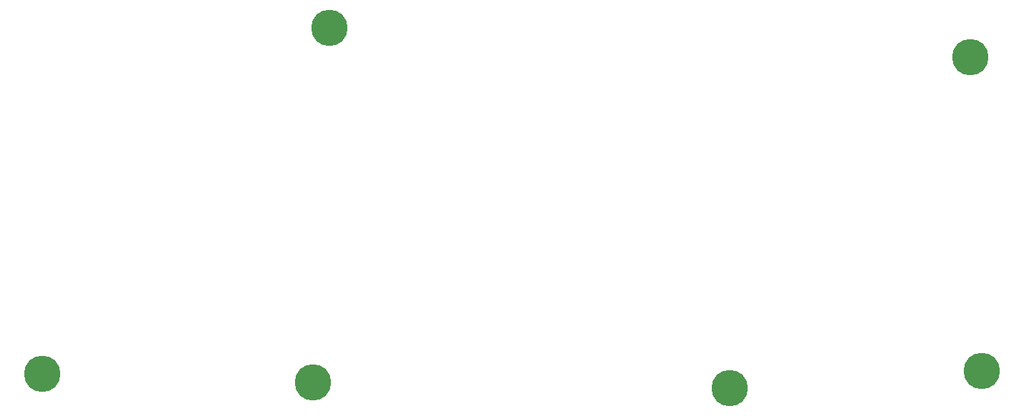
<source format=gbr>
%TF.GenerationSoftware,KiCad,Pcbnew,(5.1.6-0-10_14)*%
%TF.CreationDate,2020-10-04T18:03:32+02:00*%
%TF.ProjectId,bottom-plate,626f7474-6f6d-42d7-906c-6174652e6b69,rev?*%
%TF.SameCoordinates,Original*%
%TF.FileFunction,Soldermask,Top*%
%TF.FilePolarity,Negative*%
%FSLAX46Y46*%
G04 Gerber Fmt 4.6, Leading zero omitted, Abs format (unit mm)*
G04 Created by KiCad (PCBNEW (5.1.6-0-10_14)) date 2020-10-04 18:03:32*
%MOMM*%
%LPD*%
G01*
G04 APERTURE LIST*
%ADD10C,4.300000*%
G04 APERTURE END LIST*
D10*
%TO.C,Ref\u002A\u002A*%
X38354000Y-86741000D03*
%TD*%
%TO.C,Ref\u002A\u002A*%
X148082000Y-49202500D03*
%TD*%
%TO.C,Ref\u002A\u002A*%
X72224500Y-45702500D03*
%TD*%
%TO.C,Ref\u002A\u002A*%
X119592500Y-88385000D03*
%TD*%
%TO.C,Ref\u002A\u002A*%
X70358000Y-87757000D03*
%TD*%
%TO.C,Ref\u002A\u002A*%
X149393500Y-86367000D03*
%TD*%
M02*

</source>
